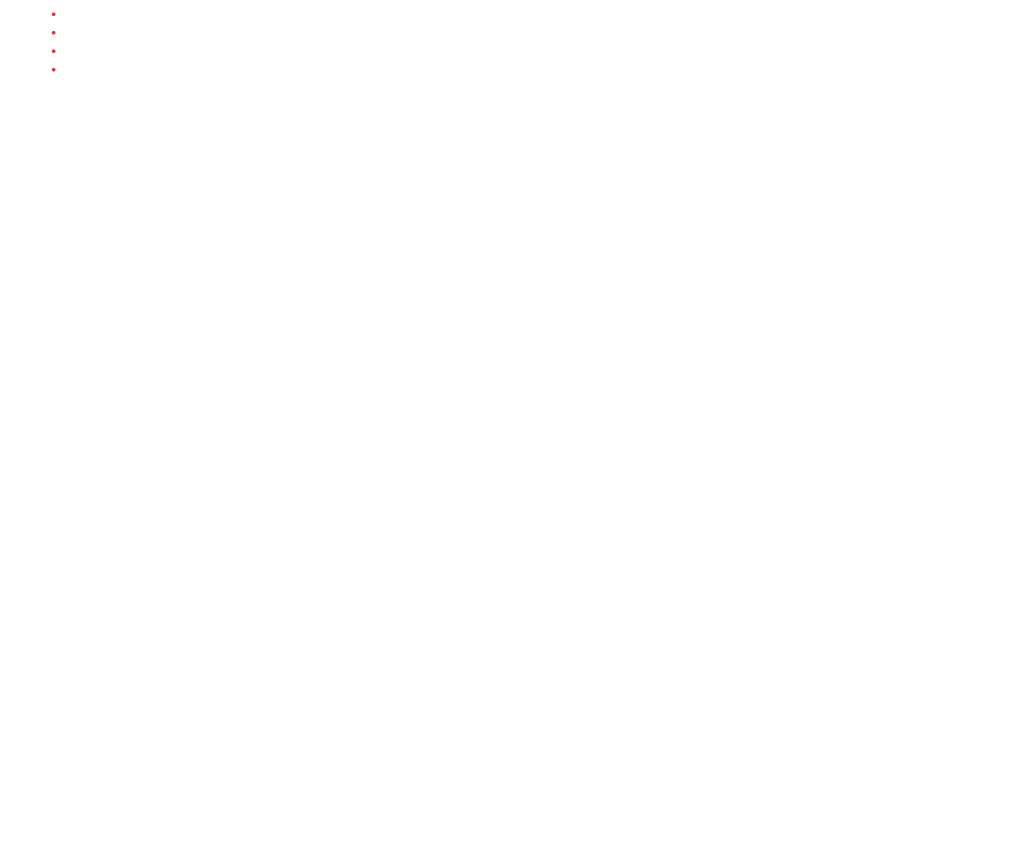
<source format=kicad_pcb>
(kicad_pcb (version 20241229) (generator "pcbnew") (generator_version "9.0")
  (title_block (title "SparkFun Product (Qwiic)") (rev "v10") (company "SparkFun") (comment 1 "Designed by: You"))
  (layers (0 "F.Cu" signal) (4 "In1.Cu" signal "L2.Cu") (6 "In2.Cu" signal "L3.Cu") (2 "B.Cu" signal) (13 "F.Paste" user) (15 "B.Paste" user) (5 "F.SilkS" user "F.Silkscreen") (7 "B.SilkS" user "B.Silkscreen") (1 "F.Mask" user) (3 "B.Mask" user) (25 "Edge.Cuts" user))
  (net 0 "")
  (footprint "SparkFun-Aesthetic:Creative_Commons_License" (layer "F.Cu") (at 215.265 168.91)
    (property "Reference" "G3" (hide yes))
    (property "Value" "OSHW_Logo" (hide yes))
  )
  (footprint "SparkFun-Aesthetic:Fiducial_0.5mm_Mask1mm" (layer "F.Cu") (at 128.256 72.602)
    (property "Reference" "FID1")
    (property "Value" "Fiducial_0.5mm")
    (pad "" smd circle (at 0 0) (size 0.5 0.5) (layers "F.Cu" "F.Mask") (clearance 0.25))
  )
  (footprint "SparkFun-Hardware:Standoff" (layer "F.Cu") (at 123.67 94.56)
    (property "Reference" "ST4")
    (property "Value" "Stand_off")
    (pad "" np_thru_hole circle (at 0 0) (size 3.1 3.1) (drill 3.1) (layers "F&B.Cu" "*.Mask"))
  )
  (footprint "SparkFun-Hardware:Standoff" (layer "F.Cu") (at 123.67 74.646)
    (property "Reference" "ST1")
    (property "Value" "Stand_off")
    (pad "" np_thru_hole circle (at 0 0) (size 3.1 3.1) (drill 3.1) (layers "F&B.Cu" "*.Mask"))
  )
  (footprint "SparkFun-Aesthetic:Fiducial_0.5mm_Mask1mm" (layer "F.Cu") (at 128.256 75.152)
    (property "Reference" "FID2")
    (property "Value" "Fiducial_0.5mm")
    (pad "" smd circle (at 0 0) (size 0.5 0.5) (layers "F.Cu" "F.Mask") (clearance 0.25))
  )
  (footprint "SparkFun-Hardware:Standoff" (layer "F.Cu") (at 123.67 87.922)
    (property "Reference" "ST3")
    (property "Value" "Stand_off")
    (pad "" np_thru_hole circle (at 0 0) (size 3.1 3.1) (drill 3.1) (layers "F&B.Cu" "*.Mask"))
  )
  (footprint "SparkFun-Aesthetic:Fiducial_0.5mm_Mask1mm" (layer "F.Cu") (at 128.256 80.252)
    (property "Reference" "FID4")
    (property "Value" "Fiducial_0.5mm")
    (pad "" smd circle (at 0 0) (size 0.5 0.5) (layers "F.Cu" "F.Mask") (clearance 0.25))
  )
  (footprint "SparkFun-Aesthetic:Fiducial_0.5mm_Mask1mm" (layer "F.Cu") (at 128.256 77.702)
    (property "Reference" "FID3")
    (property "Value" "Fiducial_0.5mm")
    (pad "" smd circle (at 0 0) (size 0.5 0.5) (layers "F.Cu" "F.Mask") (clearance 0.25))
  )
  (footprint "SparkFun-Hardware:Standoff" (layer "F.Cu") (at 123.67 81.284)
    (property "Reference" "ST2")
    (property "Value" "Stand_off")
    (pad "" np_thru_hole circle (at 0 0) (size 3.1 3.1) (drill 3.1) (layers "F&B.Cu" "*.Mask"))
  )
)
</source>
